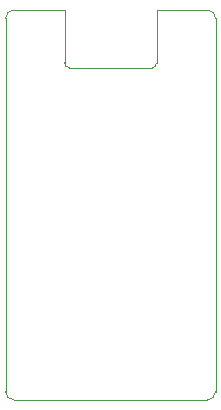
<source format=gbr>
%TF.GenerationSoftware,KiCad,Pcbnew,(5.1.9)-1*%
%TF.CreationDate,2021-03-22T03:11:48+09:00*%
%TF.ProjectId,yuiopPM,7975696f-7050-44d2-9e6b-696361645f70,1*%
%TF.SameCoordinates,Original*%
%TF.FileFunction,Profile,NP*%
%FSLAX46Y46*%
G04 Gerber Fmt 4.6, Leading zero omitted, Abs format (unit mm)*
G04 Created by KiCad (PCBNEW (5.1.9)-1) date 2021-03-22 03:11:48*
%MOMM*%
%LPD*%
G01*
G04 APERTURE LIST*
%TA.AperFunction,Profile*%
%ADD10C,0.050000*%
%TD*%
G04 APERTURE END LIST*
D10*
X151220000Y-97200000D02*
G75*
G02*
X150820000Y-97600000I-400000J0D01*
G01*
X143820000Y-97600000D02*
G75*
G02*
X143420000Y-97200000I0J400000D01*
G01*
X139128500Y-92710000D02*
X143420000Y-92710000D01*
X151220000Y-92710000D02*
X155511500Y-92710000D01*
X151220000Y-97200000D02*
X151220000Y-92710000D01*
X143820000Y-97600000D02*
X150820000Y-97600000D01*
X143420000Y-92710000D02*
X143420000Y-97200000D01*
X155511500Y-92710000D02*
G75*
G02*
X156210000Y-93408500I0J-698500D01*
G01*
X138430000Y-93408500D02*
G75*
G02*
X139128500Y-92710000I698500J0D01*
G01*
X156210000Y-125031500D02*
G75*
G02*
X155511500Y-125730000I-698500J0D01*
G01*
X139128500Y-125730000D02*
G75*
G02*
X138430000Y-125031500I0J698500D01*
G01*
X156210000Y-93408500D02*
X156210000Y-125031500D01*
X138430000Y-125031500D02*
X138430000Y-93408500D01*
X155511500Y-125730000D02*
X139128500Y-125730000D01*
M02*

</source>
